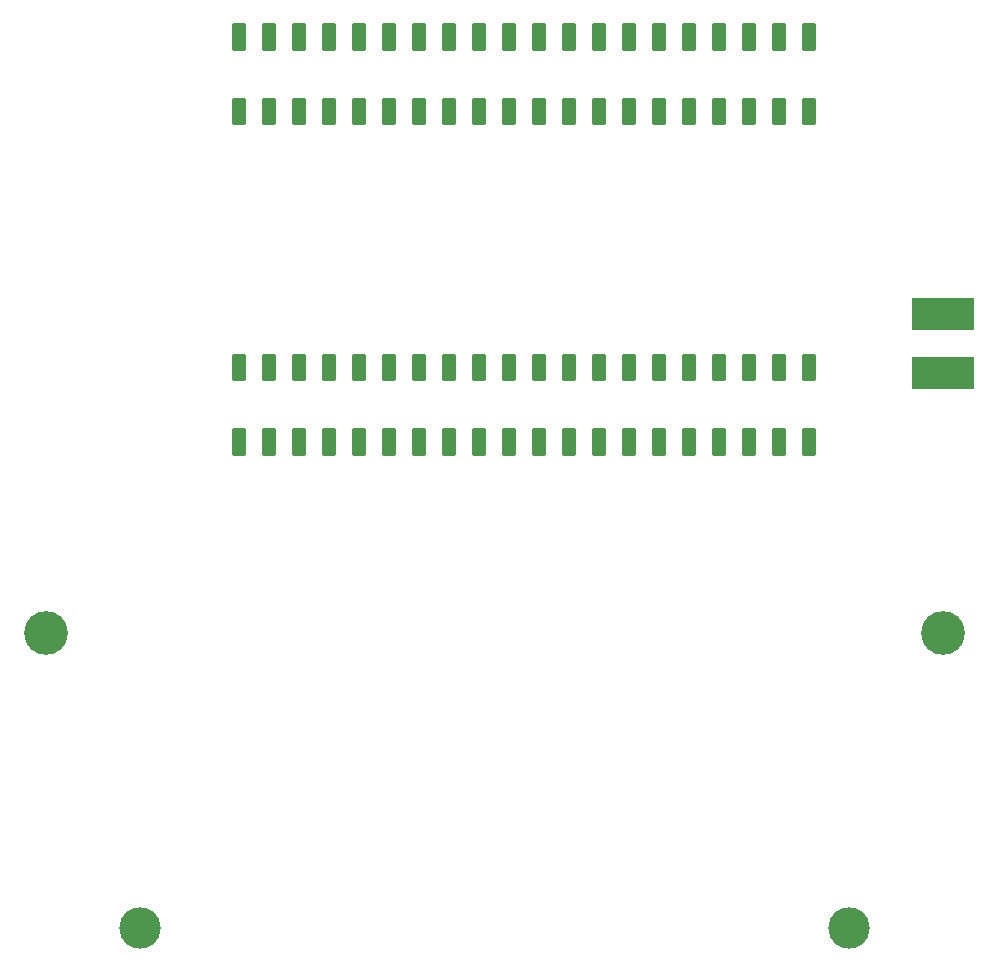
<source format=gbs>
G04 EAGLE Gerber RS-274X export*
G75*
%MOMM*%
%FSLAX34Y34*%
%LPD*%
%INSoldermask Bottom*%
%IPPOS*%
%AMOC8*
5,1,8,0,0,1.08239X$1,22.5*%
G01*
%ADD10C,3.503200*%
%ADD11C,3.703200*%
%ADD12R,5.283200X2.743200*%
%ADD13C,0.403653*%


D10*
X200000Y140000D03*
X800000Y140000D03*
D11*
X120000Y390000D03*
X880000Y390000D03*
D12*
X880000Y660000D03*
X880000Y610000D03*
D13*
X279302Y822502D02*
X279302Y841498D01*
X287498Y841498D01*
X287498Y822502D01*
X279302Y822502D01*
X279302Y826337D02*
X287498Y826337D01*
X287498Y830172D02*
X279302Y830172D01*
X279302Y834007D02*
X287498Y834007D01*
X287498Y837842D02*
X279302Y837842D01*
X304702Y841498D02*
X304702Y822502D01*
X304702Y841498D02*
X312898Y841498D01*
X312898Y822502D01*
X304702Y822502D01*
X304702Y826337D02*
X312898Y826337D01*
X312898Y830172D02*
X304702Y830172D01*
X304702Y834007D02*
X312898Y834007D01*
X312898Y837842D02*
X304702Y837842D01*
X330102Y841498D02*
X330102Y822502D01*
X330102Y841498D02*
X338298Y841498D01*
X338298Y822502D01*
X330102Y822502D01*
X330102Y826337D02*
X338298Y826337D01*
X338298Y830172D02*
X330102Y830172D01*
X330102Y834007D02*
X338298Y834007D01*
X338298Y837842D02*
X330102Y837842D01*
X355502Y841498D02*
X355502Y822502D01*
X355502Y841498D02*
X363698Y841498D01*
X363698Y822502D01*
X355502Y822502D01*
X355502Y826337D02*
X363698Y826337D01*
X363698Y830172D02*
X355502Y830172D01*
X355502Y834007D02*
X363698Y834007D01*
X363698Y837842D02*
X355502Y837842D01*
X380902Y841498D02*
X380902Y822502D01*
X380902Y841498D02*
X389098Y841498D01*
X389098Y822502D01*
X380902Y822502D01*
X380902Y826337D02*
X389098Y826337D01*
X389098Y830172D02*
X380902Y830172D01*
X380902Y834007D02*
X389098Y834007D01*
X389098Y837842D02*
X380902Y837842D01*
X406302Y841498D02*
X406302Y822502D01*
X406302Y841498D02*
X414498Y841498D01*
X414498Y822502D01*
X406302Y822502D01*
X406302Y826337D02*
X414498Y826337D01*
X414498Y830172D02*
X406302Y830172D01*
X406302Y834007D02*
X414498Y834007D01*
X414498Y837842D02*
X406302Y837842D01*
X431702Y841498D02*
X431702Y822502D01*
X431702Y841498D02*
X439898Y841498D01*
X439898Y822502D01*
X431702Y822502D01*
X431702Y826337D02*
X439898Y826337D01*
X439898Y830172D02*
X431702Y830172D01*
X431702Y834007D02*
X439898Y834007D01*
X439898Y837842D02*
X431702Y837842D01*
X457102Y841498D02*
X457102Y822502D01*
X457102Y841498D02*
X465298Y841498D01*
X465298Y822502D01*
X457102Y822502D01*
X457102Y826337D02*
X465298Y826337D01*
X465298Y830172D02*
X457102Y830172D01*
X457102Y834007D02*
X465298Y834007D01*
X465298Y837842D02*
X457102Y837842D01*
X482502Y841498D02*
X482502Y822502D01*
X482502Y841498D02*
X490698Y841498D01*
X490698Y822502D01*
X482502Y822502D01*
X482502Y826337D02*
X490698Y826337D01*
X490698Y830172D02*
X482502Y830172D01*
X482502Y834007D02*
X490698Y834007D01*
X490698Y837842D02*
X482502Y837842D01*
X507902Y841498D02*
X507902Y822502D01*
X507902Y841498D02*
X516098Y841498D01*
X516098Y822502D01*
X507902Y822502D01*
X507902Y826337D02*
X516098Y826337D01*
X516098Y830172D02*
X507902Y830172D01*
X507902Y834007D02*
X516098Y834007D01*
X516098Y837842D02*
X507902Y837842D01*
X533302Y841498D02*
X533302Y822502D01*
X533302Y841498D02*
X541498Y841498D01*
X541498Y822502D01*
X533302Y822502D01*
X533302Y826337D02*
X541498Y826337D01*
X541498Y830172D02*
X533302Y830172D01*
X533302Y834007D02*
X541498Y834007D01*
X541498Y837842D02*
X533302Y837842D01*
X558702Y841498D02*
X558702Y822502D01*
X558702Y841498D02*
X566898Y841498D01*
X566898Y822502D01*
X558702Y822502D01*
X558702Y826337D02*
X566898Y826337D01*
X566898Y830172D02*
X558702Y830172D01*
X558702Y834007D02*
X566898Y834007D01*
X566898Y837842D02*
X558702Y837842D01*
X584102Y841498D02*
X584102Y822502D01*
X584102Y841498D02*
X592298Y841498D01*
X592298Y822502D01*
X584102Y822502D01*
X584102Y826337D02*
X592298Y826337D01*
X592298Y830172D02*
X584102Y830172D01*
X584102Y834007D02*
X592298Y834007D01*
X592298Y837842D02*
X584102Y837842D01*
X609502Y841498D02*
X609502Y822502D01*
X609502Y841498D02*
X617698Y841498D01*
X617698Y822502D01*
X609502Y822502D01*
X609502Y826337D02*
X617698Y826337D01*
X617698Y830172D02*
X609502Y830172D01*
X609502Y834007D02*
X617698Y834007D01*
X617698Y837842D02*
X609502Y837842D01*
X634902Y841498D02*
X634902Y822502D01*
X634902Y841498D02*
X643098Y841498D01*
X643098Y822502D01*
X634902Y822502D01*
X634902Y826337D02*
X643098Y826337D01*
X643098Y830172D02*
X634902Y830172D01*
X634902Y834007D02*
X643098Y834007D01*
X643098Y837842D02*
X634902Y837842D01*
X660302Y841498D02*
X660302Y822502D01*
X660302Y841498D02*
X668498Y841498D01*
X668498Y822502D01*
X660302Y822502D01*
X660302Y826337D02*
X668498Y826337D01*
X668498Y830172D02*
X660302Y830172D01*
X660302Y834007D02*
X668498Y834007D01*
X668498Y837842D02*
X660302Y837842D01*
X685702Y841498D02*
X685702Y822502D01*
X685702Y841498D02*
X693898Y841498D01*
X693898Y822502D01*
X685702Y822502D01*
X685702Y826337D02*
X693898Y826337D01*
X693898Y830172D02*
X685702Y830172D01*
X685702Y834007D02*
X693898Y834007D01*
X693898Y837842D02*
X685702Y837842D01*
X711102Y841498D02*
X711102Y822502D01*
X711102Y841498D02*
X719298Y841498D01*
X719298Y822502D01*
X711102Y822502D01*
X711102Y826337D02*
X719298Y826337D01*
X719298Y830172D02*
X711102Y830172D01*
X711102Y834007D02*
X719298Y834007D01*
X719298Y837842D02*
X711102Y837842D01*
X736502Y841498D02*
X736502Y822502D01*
X736502Y841498D02*
X744698Y841498D01*
X744698Y822502D01*
X736502Y822502D01*
X736502Y826337D02*
X744698Y826337D01*
X744698Y830172D02*
X736502Y830172D01*
X736502Y834007D02*
X744698Y834007D01*
X744698Y837842D02*
X736502Y837842D01*
X761902Y841498D02*
X761902Y822502D01*
X761902Y841498D02*
X770098Y841498D01*
X770098Y822502D01*
X761902Y822502D01*
X761902Y826337D02*
X770098Y826337D01*
X770098Y830172D02*
X761902Y830172D01*
X761902Y834007D02*
X770098Y834007D01*
X770098Y837842D02*
X761902Y837842D01*
X279302Y885502D02*
X279302Y904498D01*
X287498Y904498D01*
X287498Y885502D01*
X279302Y885502D01*
X279302Y889337D02*
X287498Y889337D01*
X287498Y893172D02*
X279302Y893172D01*
X279302Y897007D02*
X287498Y897007D01*
X287498Y900842D02*
X279302Y900842D01*
X304702Y904498D02*
X304702Y885502D01*
X304702Y904498D02*
X312898Y904498D01*
X312898Y885502D01*
X304702Y885502D01*
X304702Y889337D02*
X312898Y889337D01*
X312898Y893172D02*
X304702Y893172D01*
X304702Y897007D02*
X312898Y897007D01*
X312898Y900842D02*
X304702Y900842D01*
X330102Y904498D02*
X330102Y885502D01*
X330102Y904498D02*
X338298Y904498D01*
X338298Y885502D01*
X330102Y885502D01*
X330102Y889337D02*
X338298Y889337D01*
X338298Y893172D02*
X330102Y893172D01*
X330102Y897007D02*
X338298Y897007D01*
X338298Y900842D02*
X330102Y900842D01*
X355502Y904498D02*
X355502Y885502D01*
X355502Y904498D02*
X363698Y904498D01*
X363698Y885502D01*
X355502Y885502D01*
X355502Y889337D02*
X363698Y889337D01*
X363698Y893172D02*
X355502Y893172D01*
X355502Y897007D02*
X363698Y897007D01*
X363698Y900842D02*
X355502Y900842D01*
X380902Y904498D02*
X380902Y885502D01*
X380902Y904498D02*
X389098Y904498D01*
X389098Y885502D01*
X380902Y885502D01*
X380902Y889337D02*
X389098Y889337D01*
X389098Y893172D02*
X380902Y893172D01*
X380902Y897007D02*
X389098Y897007D01*
X389098Y900842D02*
X380902Y900842D01*
X406302Y904498D02*
X406302Y885502D01*
X406302Y904498D02*
X414498Y904498D01*
X414498Y885502D01*
X406302Y885502D01*
X406302Y889337D02*
X414498Y889337D01*
X414498Y893172D02*
X406302Y893172D01*
X406302Y897007D02*
X414498Y897007D01*
X414498Y900842D02*
X406302Y900842D01*
X431702Y904498D02*
X431702Y885502D01*
X431702Y904498D02*
X439898Y904498D01*
X439898Y885502D01*
X431702Y885502D01*
X431702Y889337D02*
X439898Y889337D01*
X439898Y893172D02*
X431702Y893172D01*
X431702Y897007D02*
X439898Y897007D01*
X439898Y900842D02*
X431702Y900842D01*
X457102Y904498D02*
X457102Y885502D01*
X457102Y904498D02*
X465298Y904498D01*
X465298Y885502D01*
X457102Y885502D01*
X457102Y889337D02*
X465298Y889337D01*
X465298Y893172D02*
X457102Y893172D01*
X457102Y897007D02*
X465298Y897007D01*
X465298Y900842D02*
X457102Y900842D01*
X482502Y904498D02*
X482502Y885502D01*
X482502Y904498D02*
X490698Y904498D01*
X490698Y885502D01*
X482502Y885502D01*
X482502Y889337D02*
X490698Y889337D01*
X490698Y893172D02*
X482502Y893172D01*
X482502Y897007D02*
X490698Y897007D01*
X490698Y900842D02*
X482502Y900842D01*
X507902Y904498D02*
X507902Y885502D01*
X507902Y904498D02*
X516098Y904498D01*
X516098Y885502D01*
X507902Y885502D01*
X507902Y889337D02*
X516098Y889337D01*
X516098Y893172D02*
X507902Y893172D01*
X507902Y897007D02*
X516098Y897007D01*
X516098Y900842D02*
X507902Y900842D01*
X533302Y904498D02*
X533302Y885502D01*
X533302Y904498D02*
X541498Y904498D01*
X541498Y885502D01*
X533302Y885502D01*
X533302Y889337D02*
X541498Y889337D01*
X541498Y893172D02*
X533302Y893172D01*
X533302Y897007D02*
X541498Y897007D01*
X541498Y900842D02*
X533302Y900842D01*
X558702Y904498D02*
X558702Y885502D01*
X558702Y904498D02*
X566898Y904498D01*
X566898Y885502D01*
X558702Y885502D01*
X558702Y889337D02*
X566898Y889337D01*
X566898Y893172D02*
X558702Y893172D01*
X558702Y897007D02*
X566898Y897007D01*
X566898Y900842D02*
X558702Y900842D01*
X584102Y904498D02*
X584102Y885502D01*
X584102Y904498D02*
X592298Y904498D01*
X592298Y885502D01*
X584102Y885502D01*
X584102Y889337D02*
X592298Y889337D01*
X592298Y893172D02*
X584102Y893172D01*
X584102Y897007D02*
X592298Y897007D01*
X592298Y900842D02*
X584102Y900842D01*
X609502Y904498D02*
X609502Y885502D01*
X609502Y904498D02*
X617698Y904498D01*
X617698Y885502D01*
X609502Y885502D01*
X609502Y889337D02*
X617698Y889337D01*
X617698Y893172D02*
X609502Y893172D01*
X609502Y897007D02*
X617698Y897007D01*
X617698Y900842D02*
X609502Y900842D01*
X634902Y904498D02*
X634902Y885502D01*
X634902Y904498D02*
X643098Y904498D01*
X643098Y885502D01*
X634902Y885502D01*
X634902Y889337D02*
X643098Y889337D01*
X643098Y893172D02*
X634902Y893172D01*
X634902Y897007D02*
X643098Y897007D01*
X643098Y900842D02*
X634902Y900842D01*
X660302Y904498D02*
X660302Y885502D01*
X660302Y904498D02*
X668498Y904498D01*
X668498Y885502D01*
X660302Y885502D01*
X660302Y889337D02*
X668498Y889337D01*
X668498Y893172D02*
X660302Y893172D01*
X660302Y897007D02*
X668498Y897007D01*
X668498Y900842D02*
X660302Y900842D01*
X685702Y904498D02*
X685702Y885502D01*
X685702Y904498D02*
X693898Y904498D01*
X693898Y885502D01*
X685702Y885502D01*
X685702Y889337D02*
X693898Y889337D01*
X693898Y893172D02*
X685702Y893172D01*
X685702Y897007D02*
X693898Y897007D01*
X693898Y900842D02*
X685702Y900842D01*
X711102Y904498D02*
X711102Y885502D01*
X711102Y904498D02*
X719298Y904498D01*
X719298Y885502D01*
X711102Y885502D01*
X711102Y889337D02*
X719298Y889337D01*
X719298Y893172D02*
X711102Y893172D01*
X711102Y897007D02*
X719298Y897007D01*
X719298Y900842D02*
X711102Y900842D01*
X736502Y904498D02*
X736502Y885502D01*
X736502Y904498D02*
X744698Y904498D01*
X744698Y885502D01*
X736502Y885502D01*
X736502Y889337D02*
X744698Y889337D01*
X744698Y893172D02*
X736502Y893172D01*
X736502Y897007D02*
X744698Y897007D01*
X744698Y900842D02*
X736502Y900842D01*
X761902Y904498D02*
X761902Y885502D01*
X761902Y904498D02*
X770098Y904498D01*
X770098Y885502D01*
X761902Y885502D01*
X761902Y889337D02*
X770098Y889337D01*
X770098Y893172D02*
X761902Y893172D01*
X761902Y897007D02*
X770098Y897007D01*
X770098Y900842D02*
X761902Y900842D01*
X279302Y561498D02*
X279302Y542502D01*
X279302Y561498D02*
X287498Y561498D01*
X287498Y542502D01*
X279302Y542502D01*
X279302Y546337D02*
X287498Y546337D01*
X287498Y550172D02*
X279302Y550172D01*
X279302Y554007D02*
X287498Y554007D01*
X287498Y557842D02*
X279302Y557842D01*
X304702Y561498D02*
X304702Y542502D01*
X304702Y561498D02*
X312898Y561498D01*
X312898Y542502D01*
X304702Y542502D01*
X304702Y546337D02*
X312898Y546337D01*
X312898Y550172D02*
X304702Y550172D01*
X304702Y554007D02*
X312898Y554007D01*
X312898Y557842D02*
X304702Y557842D01*
X330102Y561498D02*
X330102Y542502D01*
X330102Y561498D02*
X338298Y561498D01*
X338298Y542502D01*
X330102Y542502D01*
X330102Y546337D02*
X338298Y546337D01*
X338298Y550172D02*
X330102Y550172D01*
X330102Y554007D02*
X338298Y554007D01*
X338298Y557842D02*
X330102Y557842D01*
X355502Y561498D02*
X355502Y542502D01*
X355502Y561498D02*
X363698Y561498D01*
X363698Y542502D01*
X355502Y542502D01*
X355502Y546337D02*
X363698Y546337D01*
X363698Y550172D02*
X355502Y550172D01*
X355502Y554007D02*
X363698Y554007D01*
X363698Y557842D02*
X355502Y557842D01*
X380902Y561498D02*
X380902Y542502D01*
X380902Y561498D02*
X389098Y561498D01*
X389098Y542502D01*
X380902Y542502D01*
X380902Y546337D02*
X389098Y546337D01*
X389098Y550172D02*
X380902Y550172D01*
X380902Y554007D02*
X389098Y554007D01*
X389098Y557842D02*
X380902Y557842D01*
X406302Y561498D02*
X406302Y542502D01*
X406302Y561498D02*
X414498Y561498D01*
X414498Y542502D01*
X406302Y542502D01*
X406302Y546337D02*
X414498Y546337D01*
X414498Y550172D02*
X406302Y550172D01*
X406302Y554007D02*
X414498Y554007D01*
X414498Y557842D02*
X406302Y557842D01*
X431702Y561498D02*
X431702Y542502D01*
X431702Y561498D02*
X439898Y561498D01*
X439898Y542502D01*
X431702Y542502D01*
X431702Y546337D02*
X439898Y546337D01*
X439898Y550172D02*
X431702Y550172D01*
X431702Y554007D02*
X439898Y554007D01*
X439898Y557842D02*
X431702Y557842D01*
X457102Y561498D02*
X457102Y542502D01*
X457102Y561498D02*
X465298Y561498D01*
X465298Y542502D01*
X457102Y542502D01*
X457102Y546337D02*
X465298Y546337D01*
X465298Y550172D02*
X457102Y550172D01*
X457102Y554007D02*
X465298Y554007D01*
X465298Y557842D02*
X457102Y557842D01*
X482502Y561498D02*
X482502Y542502D01*
X482502Y561498D02*
X490698Y561498D01*
X490698Y542502D01*
X482502Y542502D01*
X482502Y546337D02*
X490698Y546337D01*
X490698Y550172D02*
X482502Y550172D01*
X482502Y554007D02*
X490698Y554007D01*
X490698Y557842D02*
X482502Y557842D01*
X507902Y561498D02*
X507902Y542502D01*
X507902Y561498D02*
X516098Y561498D01*
X516098Y542502D01*
X507902Y542502D01*
X507902Y546337D02*
X516098Y546337D01*
X516098Y550172D02*
X507902Y550172D01*
X507902Y554007D02*
X516098Y554007D01*
X516098Y557842D02*
X507902Y557842D01*
X533302Y561498D02*
X533302Y542502D01*
X533302Y561498D02*
X541498Y561498D01*
X541498Y542502D01*
X533302Y542502D01*
X533302Y546337D02*
X541498Y546337D01*
X541498Y550172D02*
X533302Y550172D01*
X533302Y554007D02*
X541498Y554007D01*
X541498Y557842D02*
X533302Y557842D01*
X558702Y561498D02*
X558702Y542502D01*
X558702Y561498D02*
X566898Y561498D01*
X566898Y542502D01*
X558702Y542502D01*
X558702Y546337D02*
X566898Y546337D01*
X566898Y550172D02*
X558702Y550172D01*
X558702Y554007D02*
X566898Y554007D01*
X566898Y557842D02*
X558702Y557842D01*
X584102Y561498D02*
X584102Y542502D01*
X584102Y561498D02*
X592298Y561498D01*
X592298Y542502D01*
X584102Y542502D01*
X584102Y546337D02*
X592298Y546337D01*
X592298Y550172D02*
X584102Y550172D01*
X584102Y554007D02*
X592298Y554007D01*
X592298Y557842D02*
X584102Y557842D01*
X609502Y561498D02*
X609502Y542502D01*
X609502Y561498D02*
X617698Y561498D01*
X617698Y542502D01*
X609502Y542502D01*
X609502Y546337D02*
X617698Y546337D01*
X617698Y550172D02*
X609502Y550172D01*
X609502Y554007D02*
X617698Y554007D01*
X617698Y557842D02*
X609502Y557842D01*
X634902Y561498D02*
X634902Y542502D01*
X634902Y561498D02*
X643098Y561498D01*
X643098Y542502D01*
X634902Y542502D01*
X634902Y546337D02*
X643098Y546337D01*
X643098Y550172D02*
X634902Y550172D01*
X634902Y554007D02*
X643098Y554007D01*
X643098Y557842D02*
X634902Y557842D01*
X660302Y561498D02*
X660302Y542502D01*
X660302Y561498D02*
X668498Y561498D01*
X668498Y542502D01*
X660302Y542502D01*
X660302Y546337D02*
X668498Y546337D01*
X668498Y550172D02*
X660302Y550172D01*
X660302Y554007D02*
X668498Y554007D01*
X668498Y557842D02*
X660302Y557842D01*
X685702Y561498D02*
X685702Y542502D01*
X685702Y561498D02*
X693898Y561498D01*
X693898Y542502D01*
X685702Y542502D01*
X685702Y546337D02*
X693898Y546337D01*
X693898Y550172D02*
X685702Y550172D01*
X685702Y554007D02*
X693898Y554007D01*
X693898Y557842D02*
X685702Y557842D01*
X711102Y561498D02*
X711102Y542502D01*
X711102Y561498D02*
X719298Y561498D01*
X719298Y542502D01*
X711102Y542502D01*
X711102Y546337D02*
X719298Y546337D01*
X719298Y550172D02*
X711102Y550172D01*
X711102Y554007D02*
X719298Y554007D01*
X719298Y557842D02*
X711102Y557842D01*
X736502Y561498D02*
X736502Y542502D01*
X736502Y561498D02*
X744698Y561498D01*
X744698Y542502D01*
X736502Y542502D01*
X736502Y546337D02*
X744698Y546337D01*
X744698Y550172D02*
X736502Y550172D01*
X736502Y554007D02*
X744698Y554007D01*
X744698Y557842D02*
X736502Y557842D01*
X761902Y561498D02*
X761902Y542502D01*
X761902Y561498D02*
X770098Y561498D01*
X770098Y542502D01*
X761902Y542502D01*
X761902Y546337D02*
X770098Y546337D01*
X770098Y550172D02*
X761902Y550172D01*
X761902Y554007D02*
X770098Y554007D01*
X770098Y557842D02*
X761902Y557842D01*
X279302Y605502D02*
X279302Y624498D01*
X287498Y624498D01*
X287498Y605502D01*
X279302Y605502D01*
X279302Y609337D02*
X287498Y609337D01*
X287498Y613172D02*
X279302Y613172D01*
X279302Y617007D02*
X287498Y617007D01*
X287498Y620842D02*
X279302Y620842D01*
X304702Y624498D02*
X304702Y605502D01*
X304702Y624498D02*
X312898Y624498D01*
X312898Y605502D01*
X304702Y605502D01*
X304702Y609337D02*
X312898Y609337D01*
X312898Y613172D02*
X304702Y613172D01*
X304702Y617007D02*
X312898Y617007D01*
X312898Y620842D02*
X304702Y620842D01*
X330102Y624498D02*
X330102Y605502D01*
X330102Y624498D02*
X338298Y624498D01*
X338298Y605502D01*
X330102Y605502D01*
X330102Y609337D02*
X338298Y609337D01*
X338298Y613172D02*
X330102Y613172D01*
X330102Y617007D02*
X338298Y617007D01*
X338298Y620842D02*
X330102Y620842D01*
X355502Y624498D02*
X355502Y605502D01*
X355502Y624498D02*
X363698Y624498D01*
X363698Y605502D01*
X355502Y605502D01*
X355502Y609337D02*
X363698Y609337D01*
X363698Y613172D02*
X355502Y613172D01*
X355502Y617007D02*
X363698Y617007D01*
X363698Y620842D02*
X355502Y620842D01*
X380902Y624498D02*
X380902Y605502D01*
X380902Y624498D02*
X389098Y624498D01*
X389098Y605502D01*
X380902Y605502D01*
X380902Y609337D02*
X389098Y609337D01*
X389098Y613172D02*
X380902Y613172D01*
X380902Y617007D02*
X389098Y617007D01*
X389098Y620842D02*
X380902Y620842D01*
X406302Y624498D02*
X406302Y605502D01*
X406302Y624498D02*
X414498Y624498D01*
X414498Y605502D01*
X406302Y605502D01*
X406302Y609337D02*
X414498Y609337D01*
X414498Y613172D02*
X406302Y613172D01*
X406302Y617007D02*
X414498Y617007D01*
X414498Y620842D02*
X406302Y620842D01*
X431702Y624498D02*
X431702Y605502D01*
X431702Y624498D02*
X439898Y624498D01*
X439898Y605502D01*
X431702Y605502D01*
X431702Y609337D02*
X439898Y609337D01*
X439898Y613172D02*
X431702Y613172D01*
X431702Y617007D02*
X439898Y617007D01*
X439898Y620842D02*
X431702Y620842D01*
X457102Y624498D02*
X457102Y605502D01*
X457102Y624498D02*
X465298Y624498D01*
X465298Y605502D01*
X457102Y605502D01*
X457102Y609337D02*
X465298Y609337D01*
X465298Y613172D02*
X457102Y613172D01*
X457102Y617007D02*
X465298Y617007D01*
X465298Y620842D02*
X457102Y620842D01*
X482502Y624498D02*
X482502Y605502D01*
X482502Y624498D02*
X490698Y624498D01*
X490698Y605502D01*
X482502Y605502D01*
X482502Y609337D02*
X490698Y609337D01*
X490698Y613172D02*
X482502Y613172D01*
X482502Y617007D02*
X490698Y617007D01*
X490698Y620842D02*
X482502Y620842D01*
X507902Y624498D02*
X507902Y605502D01*
X507902Y624498D02*
X516098Y624498D01*
X516098Y605502D01*
X507902Y605502D01*
X507902Y609337D02*
X516098Y609337D01*
X516098Y613172D02*
X507902Y613172D01*
X507902Y617007D02*
X516098Y617007D01*
X516098Y620842D02*
X507902Y620842D01*
X533302Y624498D02*
X533302Y605502D01*
X533302Y624498D02*
X541498Y624498D01*
X541498Y605502D01*
X533302Y605502D01*
X533302Y609337D02*
X541498Y609337D01*
X541498Y613172D02*
X533302Y613172D01*
X533302Y617007D02*
X541498Y617007D01*
X541498Y620842D02*
X533302Y620842D01*
X558702Y624498D02*
X558702Y605502D01*
X558702Y624498D02*
X566898Y624498D01*
X566898Y605502D01*
X558702Y605502D01*
X558702Y609337D02*
X566898Y609337D01*
X566898Y613172D02*
X558702Y613172D01*
X558702Y617007D02*
X566898Y617007D01*
X566898Y620842D02*
X558702Y620842D01*
X584102Y624498D02*
X584102Y605502D01*
X584102Y624498D02*
X592298Y624498D01*
X592298Y605502D01*
X584102Y605502D01*
X584102Y609337D02*
X592298Y609337D01*
X592298Y613172D02*
X584102Y613172D01*
X584102Y617007D02*
X592298Y617007D01*
X592298Y620842D02*
X584102Y620842D01*
X609502Y624498D02*
X609502Y605502D01*
X609502Y624498D02*
X617698Y624498D01*
X617698Y605502D01*
X609502Y605502D01*
X609502Y609337D02*
X617698Y609337D01*
X617698Y613172D02*
X609502Y613172D01*
X609502Y617007D02*
X617698Y617007D01*
X617698Y620842D02*
X609502Y620842D01*
X634902Y624498D02*
X634902Y605502D01*
X634902Y624498D02*
X643098Y624498D01*
X643098Y605502D01*
X634902Y605502D01*
X634902Y609337D02*
X643098Y609337D01*
X643098Y613172D02*
X634902Y613172D01*
X634902Y617007D02*
X643098Y617007D01*
X643098Y620842D02*
X634902Y620842D01*
X660302Y624498D02*
X660302Y605502D01*
X660302Y624498D02*
X668498Y624498D01*
X668498Y605502D01*
X660302Y605502D01*
X660302Y609337D02*
X668498Y609337D01*
X668498Y613172D02*
X660302Y613172D01*
X660302Y617007D02*
X668498Y617007D01*
X668498Y620842D02*
X660302Y620842D01*
X685702Y624498D02*
X685702Y605502D01*
X685702Y624498D02*
X693898Y624498D01*
X693898Y605502D01*
X685702Y605502D01*
X685702Y609337D02*
X693898Y609337D01*
X693898Y613172D02*
X685702Y613172D01*
X685702Y617007D02*
X693898Y617007D01*
X693898Y620842D02*
X685702Y620842D01*
X711102Y624498D02*
X711102Y605502D01*
X711102Y624498D02*
X719298Y624498D01*
X719298Y605502D01*
X711102Y605502D01*
X711102Y609337D02*
X719298Y609337D01*
X719298Y613172D02*
X711102Y613172D01*
X711102Y617007D02*
X719298Y617007D01*
X719298Y620842D02*
X711102Y620842D01*
X736502Y624498D02*
X736502Y605502D01*
X736502Y624498D02*
X744698Y624498D01*
X744698Y605502D01*
X736502Y605502D01*
X736502Y609337D02*
X744698Y609337D01*
X744698Y613172D02*
X736502Y613172D01*
X736502Y617007D02*
X744698Y617007D01*
X744698Y620842D02*
X736502Y620842D01*
X761902Y624498D02*
X761902Y605502D01*
X761902Y624498D02*
X770098Y624498D01*
X770098Y605502D01*
X761902Y605502D01*
X761902Y609337D02*
X770098Y609337D01*
X770098Y613172D02*
X761902Y613172D01*
X761902Y617007D02*
X770098Y617007D01*
X770098Y620842D02*
X761902Y620842D01*
M02*

</source>
